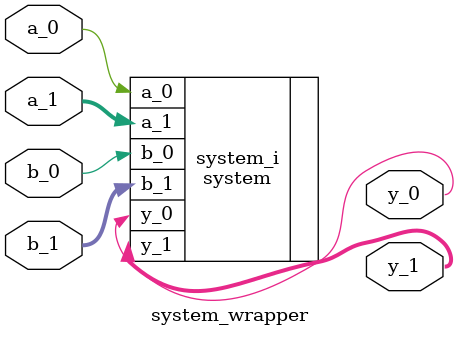
<source format=v>
`timescale 1 ps / 1 ps

module system_wrapper
   (a_0,
    a_1,
    b_0,
    b_1,
    y_0,
    y_1);
  input a_0;
  input [2:0]a_1;
  input b_0;
  input [2:0]b_1;
  output y_0;
  output [2:0]y_1;

  wire a_0;
  wire [2:0]a_1;
  wire b_0;
  wire [2:0]b_1;
  wire y_0;
  wire [2:0]y_1;

  system system_i
       (.a_0(a_0),
        .a_1(a_1),
        .b_0(b_0),
        .b_1(b_1),
        .y_0(y_0),
        .y_1(y_1));
endmodule

</source>
